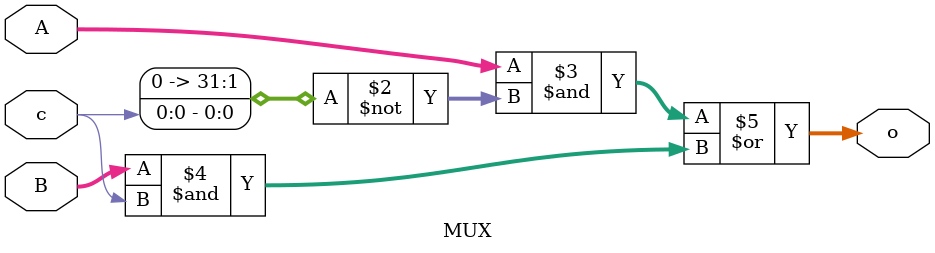
<source format=v>
module MUX(input [31:0]A, input [31:0]B, input c, output [31:0]o);
    assign o = (A & ~c) | (B & c); //a bit cheating, i am too lazy
endmodule
</source>
